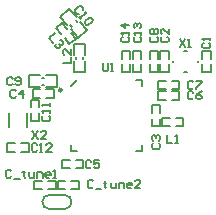
<source format=gto>
G04 Layer_Color=65535*
%FSLAX24Y24*%
%MOIN*%
G70*
G01*
G75*
%ADD23C,0.0060*%
%ADD36C,0.0059*%
%ADD37C,0.0098*%
%ADD38C,0.0079*%
%ADD39C,0.0050*%
D23*
X1168Y1908D02*
Y2164D01*
Y1456D02*
Y1712D01*
X892Y1908D02*
Y2164D01*
Y1456D02*
Y1712D01*
Y1456D02*
X1168D01*
X892Y2164D02*
X1168D01*
X-1624Y-2162D02*
X-1368D01*
X-1172D02*
X-916D01*
X-1624Y-2438D02*
X-1368D01*
X-1172D02*
X-916D01*
Y-2162D01*
X-1624Y-2438D02*
Y-2162D01*
X2577Y2157D02*
X2703D01*
X2215Y1786D02*
Y1834D01*
X2577Y1464D02*
X2703D01*
X3065Y1786D02*
Y1834D01*
X2078Y1908D02*
Y2164D01*
Y1456D02*
Y1712D01*
X1802Y1908D02*
Y2164D01*
Y1456D02*
Y1712D01*
Y1456D02*
X2078D01*
X1802Y2164D02*
X2078D01*
X1512Y-354D02*
Y-98D01*
Y98D02*
Y354D01*
X1788Y-354D02*
Y-98D01*
Y98D02*
Y354D01*
X1512D02*
X1788D01*
X1512Y-354D02*
X1788D01*
X-2454Y878D02*
X-2198D01*
X-2002D02*
X-1746D01*
X-2454Y602D02*
X-2198D01*
X-2002D02*
X-1746D01*
Y878D01*
X-2454Y602D02*
Y878D01*
X1726Y818D02*
X1982D01*
X2178D02*
X2434D01*
X1726Y542D02*
X1982D01*
X2178D02*
X2434D01*
Y818D01*
X1726Y542D02*
Y818D01*
X2178Y892D02*
X2434D01*
X1726D02*
X1982D01*
X2178Y1168D02*
X2434D01*
X1726D02*
X1982D01*
X1726Y892D02*
Y1168D01*
X2434Y892D02*
Y1168D01*
X1728Y1908D02*
Y2164D01*
Y1456D02*
Y1712D01*
X1452Y1908D02*
Y2164D01*
Y1456D02*
Y1712D01*
Y1456D02*
X1728D01*
X1452Y2164D02*
X1728D01*
X2564Y-338D02*
Y-62D01*
X1856Y-338D02*
Y-62D01*
X2112D01*
X2308D02*
X2564D01*
X1856Y-338D02*
X2112D01*
X2308D02*
X2564D01*
X-2563Y1347D02*
X-2198D01*
X-2002D02*
X-1637D01*
X-2563Y953D02*
X-2198D01*
X-2002D02*
X-1637D01*
Y1347D01*
X-2563Y953D02*
Y1347D01*
X-1167Y2880D02*
X-933Y2601D01*
X-1528Y3310D02*
X-1294Y3031D01*
X-866Y3133D02*
X-632Y2854D01*
X-1226Y3563D02*
X-992Y3284D01*
X-1528Y3310D02*
X-1226Y3563D01*
X-933Y2601D02*
X-632Y2854D01*
X-1392Y2578D02*
X-1228Y2382D01*
X-1683Y2925D02*
X-1519Y2729D01*
X-1181Y2755D02*
X-1016Y2559D01*
X-1472Y3102D02*
X-1307Y2906D01*
X-1683Y2925D02*
X-1472Y3102D01*
X-1228Y2382D02*
X-1016Y2559D01*
X-1087Y2385D02*
X-693Y2385D01*
X-1087Y1459D02*
X-693Y1459D01*
Y2020D02*
Y2385D01*
Y1459D02*
Y1824D01*
X-1087Y2020D02*
Y2385D01*
Y1459D02*
Y1824D01*
X-2394Y-2162D02*
X-2138D01*
X-1942D02*
X-1686D01*
X-2394Y-2438D02*
X-2138D01*
X-1942D02*
X-1686D01*
Y-2162D01*
X-2394Y-2438D02*
Y-2162D01*
X-3294Y-922D02*
X-3038D01*
X-2842D02*
X-2586D01*
X-3294Y-1198D02*
X-3038D01*
X-2842D02*
X-2586D01*
Y-922D01*
X-3294Y-1198D02*
Y-922D01*
X-1474Y-1472D02*
X-1218D01*
X-1022D02*
X-766D01*
X-1474Y-1748D02*
X-1218D01*
X-1022D02*
X-766D01*
Y-1472D01*
X-1474Y-1748D02*
Y-1472D01*
X-2518Y-174D02*
Y82D01*
Y278D02*
Y534D01*
X-2242Y-174D02*
Y82D01*
Y278D02*
Y534D01*
X-2518D02*
X-2242D01*
X-2518Y-174D02*
X-2242D01*
X3202Y1456D02*
Y1712D01*
Y1909D02*
Y2164D01*
X3478Y1456D02*
Y1712D01*
Y1909D02*
Y2164D01*
X3202D02*
X3478D01*
X3202Y1456D02*
X3478D01*
X512Y2164D02*
X788D01*
X512Y1456D02*
X788D01*
X512D02*
Y1712D01*
Y1908D02*
Y2164D01*
X788Y1456D02*
Y1712D01*
Y1908D02*
Y2164D01*
X-443Y-2183D02*
X-488Y-2138D01*
X-578D01*
X-623Y-2183D01*
Y-2363D01*
X-578Y-2408D01*
X-488D01*
X-443Y-2363D01*
X-353Y-2453D02*
X-173D01*
X-38Y-2183D02*
Y-2228D01*
X-83D01*
X7D01*
X-38D01*
Y-2363D01*
X7Y-2408D01*
X142Y-2228D02*
Y-2363D01*
X187Y-2408D01*
X322D01*
Y-2228D01*
X412Y-2408D02*
Y-2228D01*
X547D01*
X592Y-2273D01*
Y-2408D01*
X817D02*
X727D01*
X682Y-2363D01*
Y-2273D01*
X727Y-2228D01*
X817D01*
X862Y-2273D01*
Y-2318D01*
X682D01*
X1132Y-2408D02*
X952D01*
X1132Y-2228D01*
Y-2183D01*
X1087Y-2138D01*
X997D01*
X952Y-2183D01*
X-3160Y-1835D02*
X-3205Y-1790D01*
X-3295D01*
X-3340Y-1835D01*
Y-2015D01*
X-3295Y-2060D01*
X-3205D01*
X-3160Y-2015D01*
X-3070Y-2105D02*
X-2890D01*
X-2755Y-1835D02*
Y-1880D01*
X-2800D01*
X-2710D01*
X-2755D01*
Y-2015D01*
X-2710Y-2060D01*
X-2575Y-1880D02*
Y-2015D01*
X-2530Y-2060D01*
X-2395D01*
Y-1880D01*
X-2305Y-2060D02*
Y-1880D01*
X-2170D01*
X-2125Y-1925D01*
Y-2060D01*
X-1900D02*
X-1990D01*
X-2035Y-2015D01*
Y-1925D01*
X-1990Y-1880D01*
X-1900D01*
X-1855Y-1925D01*
Y-1970D01*
X-2035D01*
X-1766Y-2060D02*
X-1676D01*
X-1721D01*
Y-1790D01*
X-1766Y-1835D01*
X-2105Y10D02*
X-2150Y-35D01*
Y-125D01*
X-2105Y-170D01*
X-1925D01*
X-1880Y-125D01*
Y-35D01*
X-1925Y10D01*
X-1880Y100D02*
Y190D01*
Y145D01*
X-2150D01*
X-2105Y100D01*
X-1880Y325D02*
Y415D01*
Y370D01*
X-2150D01*
X-2105Y325D01*
X-2310Y-965D02*
X-2355Y-920D01*
X-2445D01*
X-2490Y-965D01*
Y-1145D01*
X-2445Y-1190D01*
X-2355D01*
X-2310Y-1145D01*
X-2220Y-1190D02*
X-2130D01*
X-2175D01*
Y-920D01*
X-2220Y-965D01*
X-1815Y-1190D02*
X-1995D01*
X-1815Y-1010D01*
Y-965D01*
X-1860Y-920D01*
X-1950D01*
X-1995Y-965D01*
X-2460Y-510D02*
X-2280Y-780D01*
Y-510D02*
X-2460Y-780D01*
X-2010D02*
X-2190D01*
X-2010Y-600D01*
Y-555D01*
X-2055Y-510D01*
X-2145D01*
X-2190Y-555D01*
X1562Y-918D02*
X1518Y-963D01*
Y-1053D01*
X1562Y-1098D01*
X1742D01*
X1787Y-1053D01*
Y-963D01*
X1742Y-918D01*
X1562Y-828D02*
X1518Y-783D01*
Y-693D01*
X1562Y-648D01*
X1607D01*
X1652Y-693D01*
Y-738D01*
Y-693D01*
X1697Y-648D01*
X1742D01*
X1787Y-693D01*
Y-783D01*
X1742Y-828D01*
X2027Y-628D02*
Y-898D01*
X2207D01*
X2297D02*
X2387D01*
X2342D01*
Y-628D01*
X2297Y-673D01*
X-120Y1760D02*
Y1535D01*
X-75Y1490D01*
X15D01*
X60Y1535D01*
Y1760D01*
X150Y1490D02*
X240D01*
X195D01*
Y1760D01*
X150Y1715D01*
X1853Y2635D02*
X1808Y2590D01*
Y2500D01*
X1853Y2455D01*
X2032D01*
X2077Y2500D01*
Y2590D01*
X2032Y2635D01*
X2077Y2905D02*
Y2725D01*
X1898Y2905D01*
X1853D01*
X1808Y2860D01*
Y2770D01*
X1853Y2725D01*
X2907Y770D02*
X2862Y815D01*
X2772D01*
X2728Y770D01*
Y590D01*
X2772Y545D01*
X2862D01*
X2907Y590D01*
X3177Y815D02*
X3087Y770D01*
X2997Y680D01*
Y590D01*
X3042Y545D01*
X3132D01*
X3177Y590D01*
Y635D01*
X3132Y680D01*
X2997D01*
X-3123Y1237D02*
X-3168Y1282D01*
X-3258D01*
X-3303Y1237D01*
Y1057D01*
X-3258Y1012D01*
X-3168D01*
X-3123Y1057D01*
X-3033D02*
X-2988Y1012D01*
X-2898D01*
X-2853Y1057D01*
Y1237D01*
X-2898Y1282D01*
X-2988D01*
X-3033Y1237D01*
Y1192D01*
X-2988Y1147D01*
X-2853D01*
X1503Y2635D02*
X1458Y2590D01*
Y2500D01*
X1503Y2455D01*
X1682D01*
X1727Y2500D01*
Y2590D01*
X1682Y2635D01*
X1503Y2725D02*
X1458Y2770D01*
Y2860D01*
X1503Y2905D01*
X1548D01*
X1592Y2860D01*
X1637Y2905D01*
X1682D01*
X1727Y2860D01*
Y2770D01*
X1682Y2725D01*
X1637D01*
X1592Y2770D01*
X1548Y2725D01*
X1503D01*
X1592Y2770D02*
Y2860D01*
X2450Y2560D02*
X2630Y2290D01*
Y2560D02*
X2450Y2290D01*
X2720D02*
X2810D01*
X2765D01*
Y2560D01*
X2720Y2515D01*
X3245Y2430D02*
X3200Y2385D01*
Y2295D01*
X3245Y2250D01*
X3425D01*
X3470Y2295D01*
Y2385D01*
X3425Y2430D01*
X3470Y2520D02*
Y2610D01*
Y2565D01*
X3200D01*
X3245Y2520D01*
X2907Y1120D02*
X2862Y1165D01*
X2772D01*
X2728Y1120D01*
Y940D01*
X2772Y895D01*
X2862D01*
X2907Y940D01*
X2997Y1165D02*
X3177D01*
Y1120D01*
X2997Y940D01*
Y895D01*
X-500Y-1525D02*
X-545Y-1480D01*
X-635D01*
X-680Y-1525D01*
Y-1705D01*
X-635Y-1750D01*
X-545D01*
X-500Y-1705D01*
X-230Y-1480D02*
X-410D01*
Y-1615D01*
X-320Y-1570D01*
X-275D01*
X-230Y-1615D01*
Y-1705D01*
X-275Y-1750D01*
X-365D01*
X-410Y-1705D01*
X-3013Y827D02*
X-3058Y872D01*
X-3148D01*
X-3193Y827D01*
Y647D01*
X-3148Y602D01*
X-3058D01*
X-3013Y647D01*
X-2788Y602D02*
Y872D01*
X-2923Y737D01*
X-2743D01*
X-782Y3517D02*
X-776Y3580D01*
X-834Y3649D01*
X-898Y3655D01*
X-1036Y3539D01*
X-1041Y3476D01*
X-983Y3407D01*
X-920Y3401D01*
X-896Y3303D02*
X-839Y3234D01*
X-868Y3269D01*
X-661Y3442D01*
X-724Y3448D01*
X-580Y3276D02*
X-516Y3270D01*
X-458Y3201D01*
X-464Y3138D01*
X-602Y3022D01*
X-665Y3028D01*
X-723Y3096D01*
X-717Y3160D01*
X-580Y3276D01*
X-1693Y2754D02*
X-1900Y2580D01*
X-1784Y2442D01*
X-1554Y2518D02*
X-1491Y2512D01*
X-1433Y2443D01*
X-1439Y2380D01*
X-1473Y2351D01*
X-1536Y2357D01*
X-1565Y2391D01*
X-1536Y2357D01*
X-1542Y2293D01*
X-1576Y2264D01*
X-1640Y2270D01*
X-1698Y2339D01*
X-1692Y2402D01*
X-1450Y1772D02*
X-1180D01*
Y1952D01*
Y2222D02*
Y2042D01*
X-1360Y2222D01*
X-1405D01*
X-1450Y2177D01*
Y2087D01*
X-1405Y2042D01*
D36*
X-1395Y-3106D02*
G03*
X-1395Y-2634I0J236D01*
G01*
X-1895D02*
G03*
X-1895Y-3106I0J-236D01*
G01*
Y-2634D02*
X-1395D01*
X-1895Y-3106D02*
X-1395D01*
D37*
X-1486Y866D02*
G03*
X-1486Y866I-49J0D01*
G01*
D38*
X-2139Y1268D02*
X-2061D01*
X-2139Y1032D02*
X-2061D01*
X-2645Y-386D02*
Y86D01*
X-3235Y-386D02*
Y86D01*
X-1195Y3036D02*
X-1145Y2976D01*
X-1015Y3188D02*
X-964Y3128D01*
X-772Y1883D02*
Y1961D01*
X-1008Y1961D02*
X-1008Y1883D01*
X-1181Y984D02*
X-984Y1181D01*
X984D02*
X1181D01*
Y984D02*
Y1181D01*
Y-1181D02*
Y-984D01*
X984Y-1181D02*
X1181D01*
X-1181D02*
X-984D01*
X-1181D02*
Y-984D01*
D39*
X952Y2624D02*
X910Y2582D01*
Y2499D01*
X952Y2457D01*
X1118D01*
X1160Y2499D01*
Y2582D01*
X1118Y2624D01*
X1160Y2707D02*
Y2790D01*
Y2748D01*
X910D01*
X952Y2707D01*
Y2915D02*
X910Y2957D01*
Y3040D01*
X952Y3082D01*
X993D01*
X1035Y3040D01*
Y2998D01*
Y3040D01*
X1077Y3082D01*
X1118D01*
X1160Y3040D01*
Y2957D01*
X1118Y2915D01*
X542Y2627D02*
X500Y2585D01*
Y2502D01*
X542Y2460D01*
X708D01*
X750Y2502D01*
Y2585D01*
X708Y2627D01*
X750Y2710D02*
Y2793D01*
Y2752D01*
X500D01*
X542Y2710D01*
X750Y3043D02*
X500D01*
X625Y2918D01*
Y3085D01*
M02*

</source>
